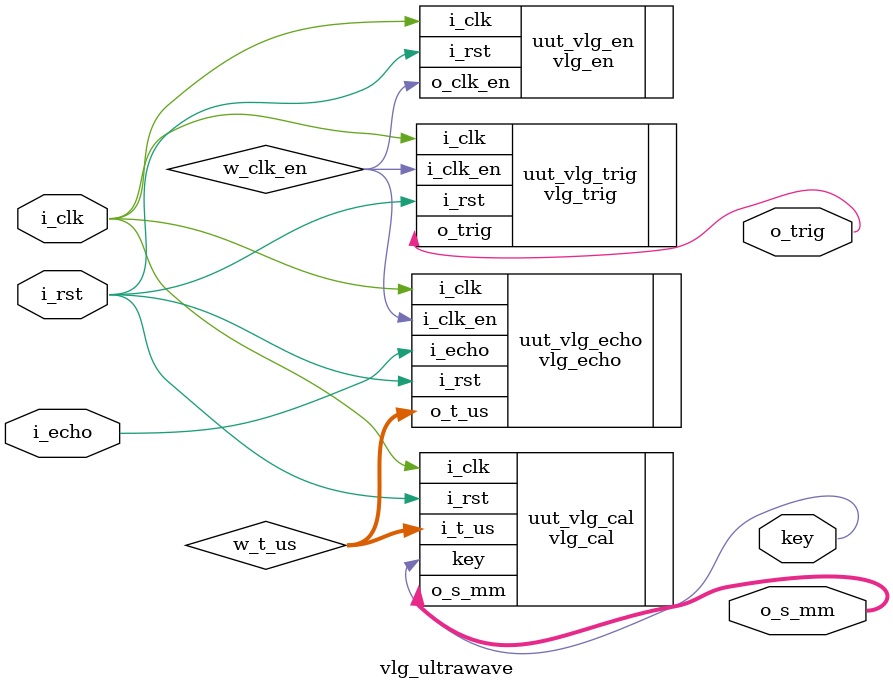
<source format=v>
`timescale 1ns/1ps

module vlg_ultrawave(
	input i_clk,
	input i_rst,
	input i_echo,
	output o_trig,
	output key,
	output [15:0] o_s_mm
    );

localparam SYS_CLK_STEP = 20;
wire w_clk_en;
wire [15:0] w_t_us;
wire [15:0] w_t_filt_us;
wire w_echo_en;
/**********Ê¹ÄÜÊ±ÖÓ²úÉúÄ£¿é**********/
vlg_en #(
	.SYS_CLK_STEP(SYS_CLK_STEP)

	)		
uut_vlg_en(
	.i_clk(i_clk),
	.i_rst(i_rst),
	.o_clk_en(w_clk_en)
    );	
/***********************************/

/***********²úÉú´¥·¢ÐÅºÅo_trigÇý¶¯³¬Éù²¨Ä£¿é¹¤×÷*********/
vlg_trig    uut_vlg_trig(
	.i_clk(i_clk),
	.i_rst(i_rst),
	.i_clk_en(w_clk_en),
	.o_trig(o_trig)
	);
/****************************************************/

/**********³¬Éù²¨Ä£¿é»ØÏìÐÅºÅi_echoÒý½Å¸ßµçÆ½Ê±¼ä²âÁ¿**********/
vlg_echo    uut_vlg_echo(
	.i_clk(i_clk),
	.i_rst(i_rst),
	.i_echo(i_echo),
	.i_clk_en(w_clk_en),
	.o_t_us(w_t_us)
	//.o_echo_en(w_echo_en)
	);
/**********************************************************/

/**********½«»ØÏìÐÅºÅ¸ßµçÆ½Ê±¼ä(us)Í¨¹ý¹«Ê½×ª»»³É¾àÀë(mm)**********/
vlg_cal		uut_vlg_cal(
	.i_clk(i_clk),
	.i_rst(i_rst),
	.i_t_us(w_t_us),
	.o_s_mm(o_s_mm),
	.key(key)
	);
/*************************************************************/

endmodule

</source>
